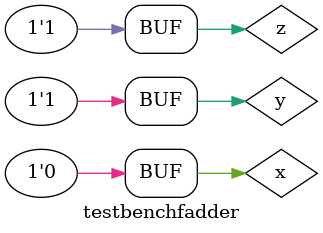
<source format=v>
`include "Fadder.v"

module testbenchfadder;

	reg x,y,z;
	wire sum,carry;
	Fadder f(x,y,z,sum,carry);
	initial
	begin
	$monitor(, $time,"x=%b  y=%b, z=%b ,sum=%b, carry=%b",x,y,z,sum,carry);
	#10 x=1'b0;y=1'b1;z=1'b0;
	#20 x=1'b1;y=1'b1;z=1'b1;
	#30 x=1'b0;y=1'b0;z=1'b0;
	#40 x=1'b0;y=1'b1;z=1'b1;
	
	end
	endmodule
</source>
